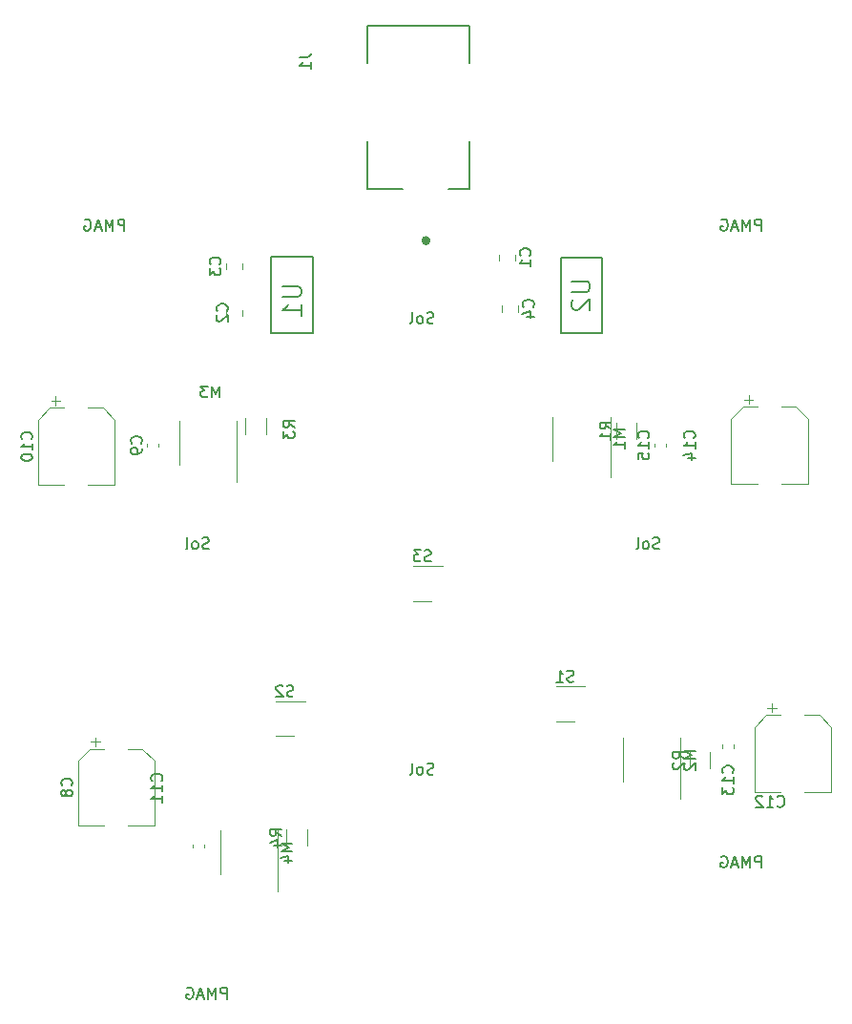
<source format=gbr>
%TF.GenerationSoftware,KiCad,Pcbnew,7.0.5*%
%TF.CreationDate,2023-06-16T10:57:35+02:00*%
%TF.ProjectId,maglev cv2,6d61676c-6576-4206-9376-322e6b696361,rev?*%
%TF.SameCoordinates,Original*%
%TF.FileFunction,Legend,Bot*%
%TF.FilePolarity,Positive*%
%FSLAX46Y46*%
G04 Gerber Fmt 4.6, Leading zero omitted, Abs format (unit mm)*
G04 Created by KiCad (PCBNEW 7.0.5) date 2023-06-16 10:57:35*
%MOMM*%
%LPD*%
G01*
G04 APERTURE LIST*
%ADD10C,0.150000*%
%ADD11C,0.120000*%
%ADD12C,0.127000*%
%ADD13C,0.400000*%
%ADD14C,0.152400*%
G04 APERTURE END LIST*
D10*
%TO.C,C8*%
X115049580Y-117182459D02*
X115097200Y-117134840D01*
X115097200Y-117134840D02*
X115144819Y-116991983D01*
X115144819Y-116991983D02*
X115144819Y-116896745D01*
X115144819Y-116896745D02*
X115097200Y-116753888D01*
X115097200Y-116753888D02*
X115001961Y-116658650D01*
X115001961Y-116658650D02*
X114906723Y-116611031D01*
X114906723Y-116611031D02*
X114716247Y-116563412D01*
X114716247Y-116563412D02*
X114573390Y-116563412D01*
X114573390Y-116563412D02*
X114382914Y-116611031D01*
X114382914Y-116611031D02*
X114287676Y-116658650D01*
X114287676Y-116658650D02*
X114192438Y-116753888D01*
X114192438Y-116753888D02*
X114144819Y-116896745D01*
X114144819Y-116896745D02*
X114144819Y-116991983D01*
X114144819Y-116991983D02*
X114192438Y-117134840D01*
X114192438Y-117134840D02*
X114240057Y-117182459D01*
X114573390Y-117753888D02*
X114525771Y-117658650D01*
X114525771Y-117658650D02*
X114478152Y-117611031D01*
X114478152Y-117611031D02*
X114382914Y-117563412D01*
X114382914Y-117563412D02*
X114335295Y-117563412D01*
X114335295Y-117563412D02*
X114240057Y-117611031D01*
X114240057Y-117611031D02*
X114192438Y-117658650D01*
X114192438Y-117658650D02*
X114144819Y-117753888D01*
X114144819Y-117753888D02*
X114144819Y-117944364D01*
X114144819Y-117944364D02*
X114192438Y-118039602D01*
X114192438Y-118039602D02*
X114240057Y-118087221D01*
X114240057Y-118087221D02*
X114335295Y-118134840D01*
X114335295Y-118134840D02*
X114382914Y-118134840D01*
X114382914Y-118134840D02*
X114478152Y-118087221D01*
X114478152Y-118087221D02*
X114525771Y-118039602D01*
X114525771Y-118039602D02*
X114573390Y-117944364D01*
X114573390Y-117944364D02*
X114573390Y-117753888D01*
X114573390Y-117753888D02*
X114621009Y-117658650D01*
X114621009Y-117658650D02*
X114668628Y-117611031D01*
X114668628Y-117611031D02*
X114763866Y-117563412D01*
X114763866Y-117563412D02*
X114954342Y-117563412D01*
X114954342Y-117563412D02*
X115049580Y-117611031D01*
X115049580Y-117611031D02*
X115097200Y-117658650D01*
X115097200Y-117658650D02*
X115144819Y-117753888D01*
X115144819Y-117753888D02*
X115144819Y-117944364D01*
X115144819Y-117944364D02*
X115097200Y-118039602D01*
X115097200Y-118039602D02*
X115049580Y-118087221D01*
X115049580Y-118087221D02*
X114954342Y-118134840D01*
X114954342Y-118134840D02*
X114763866Y-118134840D01*
X114763866Y-118134840D02*
X114668628Y-118087221D01*
X114668628Y-118087221D02*
X114621009Y-118039602D01*
X114621009Y-118039602D02*
X114573390Y-117944364D01*
%TO.C,S2*%
X134761904Y-109257200D02*
X134619047Y-109304819D01*
X134619047Y-109304819D02*
X134380952Y-109304819D01*
X134380952Y-109304819D02*
X134285714Y-109257200D01*
X134285714Y-109257200D02*
X134238095Y-109209580D01*
X134238095Y-109209580D02*
X134190476Y-109114342D01*
X134190476Y-109114342D02*
X134190476Y-109019104D01*
X134190476Y-109019104D02*
X134238095Y-108923866D01*
X134238095Y-108923866D02*
X134285714Y-108876247D01*
X134285714Y-108876247D02*
X134380952Y-108828628D01*
X134380952Y-108828628D02*
X134571428Y-108781009D01*
X134571428Y-108781009D02*
X134666666Y-108733390D01*
X134666666Y-108733390D02*
X134714285Y-108685771D01*
X134714285Y-108685771D02*
X134761904Y-108590533D01*
X134761904Y-108590533D02*
X134761904Y-108495295D01*
X134761904Y-108495295D02*
X134714285Y-108400057D01*
X134714285Y-108400057D02*
X134666666Y-108352438D01*
X134666666Y-108352438D02*
X134571428Y-108304819D01*
X134571428Y-108304819D02*
X134333333Y-108304819D01*
X134333333Y-108304819D02*
X134190476Y-108352438D01*
X133809523Y-108400057D02*
X133761904Y-108352438D01*
X133761904Y-108352438D02*
X133666666Y-108304819D01*
X133666666Y-108304819D02*
X133428571Y-108304819D01*
X133428571Y-108304819D02*
X133333333Y-108352438D01*
X133333333Y-108352438D02*
X133285714Y-108400057D01*
X133285714Y-108400057D02*
X133238095Y-108495295D01*
X133238095Y-108495295D02*
X133238095Y-108590533D01*
X133238095Y-108590533D02*
X133285714Y-108733390D01*
X133285714Y-108733390D02*
X133857142Y-109304819D01*
X133857142Y-109304819D02*
X133238095Y-109304819D01*
%TO.C,S1*%
X159624404Y-107957200D02*
X159481547Y-108004819D01*
X159481547Y-108004819D02*
X159243452Y-108004819D01*
X159243452Y-108004819D02*
X159148214Y-107957200D01*
X159148214Y-107957200D02*
X159100595Y-107909580D01*
X159100595Y-107909580D02*
X159052976Y-107814342D01*
X159052976Y-107814342D02*
X159052976Y-107719104D01*
X159052976Y-107719104D02*
X159100595Y-107623866D01*
X159100595Y-107623866D02*
X159148214Y-107576247D01*
X159148214Y-107576247D02*
X159243452Y-107528628D01*
X159243452Y-107528628D02*
X159433928Y-107481009D01*
X159433928Y-107481009D02*
X159529166Y-107433390D01*
X159529166Y-107433390D02*
X159576785Y-107385771D01*
X159576785Y-107385771D02*
X159624404Y-107290533D01*
X159624404Y-107290533D02*
X159624404Y-107195295D01*
X159624404Y-107195295D02*
X159576785Y-107100057D01*
X159576785Y-107100057D02*
X159529166Y-107052438D01*
X159529166Y-107052438D02*
X159433928Y-107004819D01*
X159433928Y-107004819D02*
X159195833Y-107004819D01*
X159195833Y-107004819D02*
X159052976Y-107052438D01*
X158100595Y-108004819D02*
X158672023Y-108004819D01*
X158386309Y-108004819D02*
X158386309Y-107004819D01*
X158386309Y-107004819D02*
X158481547Y-107147676D01*
X158481547Y-107147676D02*
X158576785Y-107242914D01*
X158576785Y-107242914D02*
X158672023Y-107290533D01*
%TO.C,S3*%
X146963044Y-97257200D02*
X146820187Y-97304819D01*
X146820187Y-97304819D02*
X146582092Y-97304819D01*
X146582092Y-97304819D02*
X146486854Y-97257200D01*
X146486854Y-97257200D02*
X146439235Y-97209580D01*
X146439235Y-97209580D02*
X146391616Y-97114342D01*
X146391616Y-97114342D02*
X146391616Y-97019104D01*
X146391616Y-97019104D02*
X146439235Y-96923866D01*
X146439235Y-96923866D02*
X146486854Y-96876247D01*
X146486854Y-96876247D02*
X146582092Y-96828628D01*
X146582092Y-96828628D02*
X146772568Y-96781009D01*
X146772568Y-96781009D02*
X146867806Y-96733390D01*
X146867806Y-96733390D02*
X146915425Y-96685771D01*
X146915425Y-96685771D02*
X146963044Y-96590533D01*
X146963044Y-96590533D02*
X146963044Y-96495295D01*
X146963044Y-96495295D02*
X146915425Y-96400057D01*
X146915425Y-96400057D02*
X146867806Y-96352438D01*
X146867806Y-96352438D02*
X146772568Y-96304819D01*
X146772568Y-96304819D02*
X146534473Y-96304819D01*
X146534473Y-96304819D02*
X146391616Y-96352438D01*
X146058282Y-96304819D02*
X145439235Y-96304819D01*
X145439235Y-96304819D02*
X145772568Y-96685771D01*
X145772568Y-96685771D02*
X145629711Y-96685771D01*
X145629711Y-96685771D02*
X145534473Y-96733390D01*
X145534473Y-96733390D02*
X145486854Y-96781009D01*
X145486854Y-96781009D02*
X145439235Y-96876247D01*
X145439235Y-96876247D02*
X145439235Y-97114342D01*
X145439235Y-97114342D02*
X145486854Y-97209580D01*
X145486854Y-97209580D02*
X145534473Y-97257200D01*
X145534473Y-97257200D02*
X145629711Y-97304819D01*
X145629711Y-97304819D02*
X145915425Y-97304819D01*
X145915425Y-97304819D02*
X146010663Y-97257200D01*
X146010663Y-97257200D02*
X146058282Y-97209580D01*
%TO.C,C11*%
X123049580Y-116769205D02*
X123097200Y-116721586D01*
X123097200Y-116721586D02*
X123144819Y-116578729D01*
X123144819Y-116578729D02*
X123144819Y-116483491D01*
X123144819Y-116483491D02*
X123097200Y-116340634D01*
X123097200Y-116340634D02*
X123001961Y-116245396D01*
X123001961Y-116245396D02*
X122906723Y-116197777D01*
X122906723Y-116197777D02*
X122716247Y-116150158D01*
X122716247Y-116150158D02*
X122573390Y-116150158D01*
X122573390Y-116150158D02*
X122382914Y-116197777D01*
X122382914Y-116197777D02*
X122287676Y-116245396D01*
X122287676Y-116245396D02*
X122192438Y-116340634D01*
X122192438Y-116340634D02*
X122144819Y-116483491D01*
X122144819Y-116483491D02*
X122144819Y-116578729D01*
X122144819Y-116578729D02*
X122192438Y-116721586D01*
X122192438Y-116721586D02*
X122240057Y-116769205D01*
X123144819Y-117721586D02*
X123144819Y-117150158D01*
X123144819Y-117435872D02*
X122144819Y-117435872D01*
X122144819Y-117435872D02*
X122287676Y-117340634D01*
X122287676Y-117340634D02*
X122382914Y-117245396D01*
X122382914Y-117245396D02*
X122430533Y-117150158D01*
X123144819Y-118673967D02*
X123144819Y-118102539D01*
X123144819Y-118388253D02*
X122144819Y-118388253D01*
X122144819Y-118388253D02*
X122287676Y-118293015D01*
X122287676Y-118293015D02*
X122382914Y-118197777D01*
X122382914Y-118197777D02*
X122430533Y-118102539D01*
%TO.C,C1*%
X155748142Y-70174596D02*
X155795762Y-70126977D01*
X155795762Y-70126977D02*
X155843381Y-69984120D01*
X155843381Y-69984120D02*
X155843381Y-69888882D01*
X155843381Y-69888882D02*
X155795762Y-69746025D01*
X155795762Y-69746025D02*
X155700523Y-69650787D01*
X155700523Y-69650787D02*
X155605285Y-69603168D01*
X155605285Y-69603168D02*
X155414809Y-69555549D01*
X155414809Y-69555549D02*
X155271952Y-69555549D01*
X155271952Y-69555549D02*
X155081476Y-69603168D01*
X155081476Y-69603168D02*
X154986238Y-69650787D01*
X154986238Y-69650787D02*
X154891000Y-69746025D01*
X154891000Y-69746025D02*
X154843381Y-69888882D01*
X154843381Y-69888882D02*
X154843381Y-69984120D01*
X154843381Y-69984120D02*
X154891000Y-70126977D01*
X154891000Y-70126977D02*
X154938619Y-70174596D01*
X155843381Y-71126977D02*
X155843381Y-70555549D01*
X155843381Y-70841263D02*
X154843381Y-70841263D01*
X154843381Y-70841263D02*
X154986238Y-70746025D01*
X154986238Y-70746025D02*
X155081476Y-70650787D01*
X155081476Y-70650787D02*
X155129095Y-70555549D01*
%TO.C,C12*%
X177712857Y-118994580D02*
X177760476Y-119042200D01*
X177760476Y-119042200D02*
X177903333Y-119089819D01*
X177903333Y-119089819D02*
X177998571Y-119089819D01*
X177998571Y-119089819D02*
X178141428Y-119042200D01*
X178141428Y-119042200D02*
X178236666Y-118946961D01*
X178236666Y-118946961D02*
X178284285Y-118851723D01*
X178284285Y-118851723D02*
X178331904Y-118661247D01*
X178331904Y-118661247D02*
X178331904Y-118518390D01*
X178331904Y-118518390D02*
X178284285Y-118327914D01*
X178284285Y-118327914D02*
X178236666Y-118232676D01*
X178236666Y-118232676D02*
X178141428Y-118137438D01*
X178141428Y-118137438D02*
X177998571Y-118089819D01*
X177998571Y-118089819D02*
X177903333Y-118089819D01*
X177903333Y-118089819D02*
X177760476Y-118137438D01*
X177760476Y-118137438D02*
X177712857Y-118185057D01*
X176760476Y-119089819D02*
X177331904Y-119089819D01*
X177046190Y-119089819D02*
X177046190Y-118089819D01*
X177046190Y-118089819D02*
X177141428Y-118232676D01*
X177141428Y-118232676D02*
X177236666Y-118327914D01*
X177236666Y-118327914D02*
X177331904Y-118375533D01*
X176379523Y-118185057D02*
X176331904Y-118137438D01*
X176331904Y-118137438D02*
X176236666Y-118089819D01*
X176236666Y-118089819D02*
X175998571Y-118089819D01*
X175998571Y-118089819D02*
X175903333Y-118137438D01*
X175903333Y-118137438D02*
X175855714Y-118185057D01*
X175855714Y-118185057D02*
X175808095Y-118280295D01*
X175808095Y-118280295D02*
X175808095Y-118375533D01*
X175808095Y-118375533D02*
X175855714Y-118518390D01*
X175855714Y-118518390D02*
X176427142Y-119089819D01*
X176427142Y-119089819D02*
X175808095Y-119089819D01*
%TO.C,R1*%
X162952737Y-85558333D02*
X162476546Y-85225000D01*
X162952737Y-84986905D02*
X161952737Y-84986905D01*
X161952737Y-84986905D02*
X161952737Y-85367857D01*
X161952737Y-85367857D02*
X162000356Y-85463095D01*
X162000356Y-85463095D02*
X162047975Y-85510714D01*
X162047975Y-85510714D02*
X162143213Y-85558333D01*
X162143213Y-85558333D02*
X162286070Y-85558333D01*
X162286070Y-85558333D02*
X162381308Y-85510714D01*
X162381308Y-85510714D02*
X162428927Y-85463095D01*
X162428927Y-85463095D02*
X162476546Y-85367857D01*
X162476546Y-85367857D02*
X162476546Y-84986905D01*
X162952737Y-86510714D02*
X162952737Y-85939286D01*
X162952737Y-86225000D02*
X161952737Y-86225000D01*
X161952737Y-86225000D02*
X162095594Y-86129762D01*
X162095594Y-86129762D02*
X162190832Y-86034524D01*
X162190832Y-86034524D02*
X162238451Y-85939286D01*
%TO.C,PMAG*%
X176261904Y-67954819D02*
X176261904Y-66954819D01*
X176261904Y-66954819D02*
X175880952Y-66954819D01*
X175880952Y-66954819D02*
X175785714Y-67002438D01*
X175785714Y-67002438D02*
X175738095Y-67050057D01*
X175738095Y-67050057D02*
X175690476Y-67145295D01*
X175690476Y-67145295D02*
X175690476Y-67288152D01*
X175690476Y-67288152D02*
X175738095Y-67383390D01*
X175738095Y-67383390D02*
X175785714Y-67431009D01*
X175785714Y-67431009D02*
X175880952Y-67478628D01*
X175880952Y-67478628D02*
X176261904Y-67478628D01*
X175261904Y-67954819D02*
X175261904Y-66954819D01*
X175261904Y-66954819D02*
X174928571Y-67669104D01*
X174928571Y-67669104D02*
X174595238Y-66954819D01*
X174595238Y-66954819D02*
X174595238Y-67954819D01*
X174166666Y-67669104D02*
X173690476Y-67669104D01*
X174261904Y-67954819D02*
X173928571Y-66954819D01*
X173928571Y-66954819D02*
X173595238Y-67954819D01*
X172738095Y-67002438D02*
X172833333Y-66954819D01*
X172833333Y-66954819D02*
X172976190Y-66954819D01*
X172976190Y-66954819D02*
X173119047Y-67002438D01*
X173119047Y-67002438D02*
X173214285Y-67097676D01*
X173214285Y-67097676D02*
X173261904Y-67192914D01*
X173261904Y-67192914D02*
X173309523Y-67383390D01*
X173309523Y-67383390D02*
X173309523Y-67526247D01*
X173309523Y-67526247D02*
X173261904Y-67716723D01*
X173261904Y-67716723D02*
X173214285Y-67811961D01*
X173214285Y-67811961D02*
X173119047Y-67907200D01*
X173119047Y-67907200D02*
X172976190Y-67954819D01*
X172976190Y-67954819D02*
X172880952Y-67954819D01*
X172880952Y-67954819D02*
X172738095Y-67907200D01*
X172738095Y-67907200D02*
X172690476Y-67859580D01*
X172690476Y-67859580D02*
X172690476Y-67526247D01*
X172690476Y-67526247D02*
X172880952Y-67526247D01*
%TO.C,C4*%
X156022465Y-74722795D02*
X156070085Y-74675176D01*
X156070085Y-74675176D02*
X156117704Y-74532319D01*
X156117704Y-74532319D02*
X156117704Y-74437081D01*
X156117704Y-74437081D02*
X156070085Y-74294224D01*
X156070085Y-74294224D02*
X155974846Y-74198986D01*
X155974846Y-74198986D02*
X155879608Y-74151367D01*
X155879608Y-74151367D02*
X155689132Y-74103748D01*
X155689132Y-74103748D02*
X155546275Y-74103748D01*
X155546275Y-74103748D02*
X155355799Y-74151367D01*
X155355799Y-74151367D02*
X155260561Y-74198986D01*
X155260561Y-74198986D02*
X155165323Y-74294224D01*
X155165323Y-74294224D02*
X155117704Y-74437081D01*
X155117704Y-74437081D02*
X155117704Y-74532319D01*
X155117704Y-74532319D02*
X155165323Y-74675176D01*
X155165323Y-74675176D02*
X155212942Y-74722795D01*
X155451037Y-75579938D02*
X156117704Y-75579938D01*
X155070085Y-75341843D02*
X155784370Y-75103748D01*
X155784370Y-75103748D02*
X155784370Y-75722795D01*
%TO.C,M3*%
X128209523Y-82754819D02*
X128209523Y-81754819D01*
X128209523Y-81754819D02*
X127876190Y-82469104D01*
X127876190Y-82469104D02*
X127542857Y-81754819D01*
X127542857Y-81754819D02*
X127542857Y-82754819D01*
X127161904Y-81754819D02*
X126542857Y-81754819D01*
X126542857Y-81754819D02*
X126876190Y-82135771D01*
X126876190Y-82135771D02*
X126733333Y-82135771D01*
X126733333Y-82135771D02*
X126638095Y-82183390D01*
X126638095Y-82183390D02*
X126590476Y-82231009D01*
X126590476Y-82231009D02*
X126542857Y-82326247D01*
X126542857Y-82326247D02*
X126542857Y-82564342D01*
X126542857Y-82564342D02*
X126590476Y-82659580D01*
X126590476Y-82659580D02*
X126638095Y-82707200D01*
X126638095Y-82707200D02*
X126733333Y-82754819D01*
X126733333Y-82754819D02*
X127019047Y-82754819D01*
X127019047Y-82754819D02*
X127114285Y-82707200D01*
X127114285Y-82707200D02*
X127161904Y-82659580D01*
%TO.C,M4*%
X134664819Y-122315476D02*
X133664819Y-122315476D01*
X133664819Y-122315476D02*
X134379104Y-122648809D01*
X134379104Y-122648809D02*
X133664819Y-122982142D01*
X133664819Y-122982142D02*
X134664819Y-122982142D01*
X133998152Y-123886904D02*
X134664819Y-123886904D01*
X133617200Y-123648809D02*
X134331485Y-123410714D01*
X134331485Y-123410714D02*
X134331485Y-124029761D01*
%TO.C,J1*%
X135317663Y-52586105D02*
X136033366Y-52586105D01*
X136033366Y-52586105D02*
X136176506Y-52538392D01*
X136176506Y-52538392D02*
X136271934Y-52442965D01*
X136271934Y-52442965D02*
X136319647Y-52299824D01*
X136319647Y-52299824D02*
X136319647Y-52204397D01*
X136319647Y-53588089D02*
X136319647Y-53015527D01*
X136319647Y-53301808D02*
X135317663Y-53301808D01*
X135317663Y-53301808D02*
X135460804Y-53206381D01*
X135460804Y-53206381D02*
X135556231Y-53110954D01*
X135556231Y-53110954D02*
X135603944Y-53015527D01*
%TO.C,C14*%
X170322498Y-86357142D02*
X170370118Y-86309523D01*
X170370118Y-86309523D02*
X170417737Y-86166666D01*
X170417737Y-86166666D02*
X170417737Y-86071428D01*
X170417737Y-86071428D02*
X170370118Y-85928571D01*
X170370118Y-85928571D02*
X170274879Y-85833333D01*
X170274879Y-85833333D02*
X170179641Y-85785714D01*
X170179641Y-85785714D02*
X169989165Y-85738095D01*
X169989165Y-85738095D02*
X169846308Y-85738095D01*
X169846308Y-85738095D02*
X169655832Y-85785714D01*
X169655832Y-85785714D02*
X169560594Y-85833333D01*
X169560594Y-85833333D02*
X169465356Y-85928571D01*
X169465356Y-85928571D02*
X169417737Y-86071428D01*
X169417737Y-86071428D02*
X169417737Y-86166666D01*
X169417737Y-86166666D02*
X169465356Y-86309523D01*
X169465356Y-86309523D02*
X169512975Y-86357142D01*
X170417737Y-87309523D02*
X170417737Y-86738095D01*
X170417737Y-87023809D02*
X169417737Y-87023809D01*
X169417737Y-87023809D02*
X169560594Y-86928571D01*
X169560594Y-86928571D02*
X169655832Y-86833333D01*
X169655832Y-86833333D02*
X169703451Y-86738095D01*
X169751070Y-88166666D02*
X170417737Y-88166666D01*
X169370118Y-87928571D02*
X170084403Y-87690476D01*
X170084403Y-87690476D02*
X170084403Y-88309523D01*
%TO.C,PMAG*%
X128841904Y-136110795D02*
X128841904Y-135110795D01*
X128841904Y-135110795D02*
X128460952Y-135110795D01*
X128460952Y-135110795D02*
X128365714Y-135158414D01*
X128365714Y-135158414D02*
X128318095Y-135206033D01*
X128318095Y-135206033D02*
X128270476Y-135301271D01*
X128270476Y-135301271D02*
X128270476Y-135444128D01*
X128270476Y-135444128D02*
X128318095Y-135539366D01*
X128318095Y-135539366D02*
X128365714Y-135586985D01*
X128365714Y-135586985D02*
X128460952Y-135634604D01*
X128460952Y-135634604D02*
X128841904Y-135634604D01*
X127841904Y-136110795D02*
X127841904Y-135110795D01*
X127841904Y-135110795D02*
X127508571Y-135825080D01*
X127508571Y-135825080D02*
X127175238Y-135110795D01*
X127175238Y-135110795D02*
X127175238Y-136110795D01*
X126746666Y-135825080D02*
X126270476Y-135825080D01*
X126841904Y-136110795D02*
X126508571Y-135110795D01*
X126508571Y-135110795D02*
X126175238Y-136110795D01*
X125318095Y-135158414D02*
X125413333Y-135110795D01*
X125413333Y-135110795D02*
X125556190Y-135110795D01*
X125556190Y-135110795D02*
X125699047Y-135158414D01*
X125699047Y-135158414D02*
X125794285Y-135253652D01*
X125794285Y-135253652D02*
X125841904Y-135348890D01*
X125841904Y-135348890D02*
X125889523Y-135539366D01*
X125889523Y-135539366D02*
X125889523Y-135682223D01*
X125889523Y-135682223D02*
X125841904Y-135872699D01*
X125841904Y-135872699D02*
X125794285Y-135967937D01*
X125794285Y-135967937D02*
X125699047Y-136063176D01*
X125699047Y-136063176D02*
X125556190Y-136110795D01*
X125556190Y-136110795D02*
X125460952Y-136110795D01*
X125460952Y-136110795D02*
X125318095Y-136063176D01*
X125318095Y-136063176D02*
X125270476Y-136015556D01*
X125270476Y-136015556D02*
X125270476Y-135682223D01*
X125270476Y-135682223D02*
X125460952Y-135682223D01*
%TO.C,U2*%
X159445533Y-72436592D02*
X160775791Y-72436592D01*
X160775791Y-72436592D02*
X160932292Y-72514842D01*
X160932292Y-72514842D02*
X161010543Y-72593093D01*
X161010543Y-72593093D02*
X161088793Y-72749594D01*
X161088793Y-72749594D02*
X161088793Y-73062596D01*
X161088793Y-73062596D02*
X161010543Y-73219097D01*
X161010543Y-73219097D02*
X160932292Y-73297347D01*
X160932292Y-73297347D02*
X160775791Y-73375598D01*
X160775791Y-73375598D02*
X159445533Y-73375598D01*
X159602034Y-74079851D02*
X159523783Y-74158102D01*
X159523783Y-74158102D02*
X159445533Y-74314603D01*
X159445533Y-74314603D02*
X159445533Y-74705855D01*
X159445533Y-74705855D02*
X159523783Y-74862356D01*
X159523783Y-74862356D02*
X159602034Y-74940607D01*
X159602034Y-74940607D02*
X159758535Y-75018857D01*
X159758535Y-75018857D02*
X159915036Y-75018857D01*
X159915036Y-75018857D02*
X160149787Y-74940607D01*
X160149787Y-74940607D02*
X161088793Y-74001601D01*
X161088793Y-74001601D02*
X161088793Y-75018857D01*
%TO.C,C10*%
X111509580Y-86457142D02*
X111557200Y-86409523D01*
X111557200Y-86409523D02*
X111604819Y-86266666D01*
X111604819Y-86266666D02*
X111604819Y-86171428D01*
X111604819Y-86171428D02*
X111557200Y-86028571D01*
X111557200Y-86028571D02*
X111461961Y-85933333D01*
X111461961Y-85933333D02*
X111366723Y-85885714D01*
X111366723Y-85885714D02*
X111176247Y-85838095D01*
X111176247Y-85838095D02*
X111033390Y-85838095D01*
X111033390Y-85838095D02*
X110842914Y-85885714D01*
X110842914Y-85885714D02*
X110747676Y-85933333D01*
X110747676Y-85933333D02*
X110652438Y-86028571D01*
X110652438Y-86028571D02*
X110604819Y-86171428D01*
X110604819Y-86171428D02*
X110604819Y-86266666D01*
X110604819Y-86266666D02*
X110652438Y-86409523D01*
X110652438Y-86409523D02*
X110700057Y-86457142D01*
X111604819Y-87409523D02*
X111604819Y-86838095D01*
X111604819Y-87123809D02*
X110604819Y-87123809D01*
X110604819Y-87123809D02*
X110747676Y-87028571D01*
X110747676Y-87028571D02*
X110842914Y-86933333D01*
X110842914Y-86933333D02*
X110890533Y-86838095D01*
X110604819Y-88028571D02*
X110604819Y-88123809D01*
X110604819Y-88123809D02*
X110652438Y-88219047D01*
X110652438Y-88219047D02*
X110700057Y-88266666D01*
X110700057Y-88266666D02*
X110795295Y-88314285D01*
X110795295Y-88314285D02*
X110985771Y-88361904D01*
X110985771Y-88361904D02*
X111223866Y-88361904D01*
X111223866Y-88361904D02*
X111414342Y-88314285D01*
X111414342Y-88314285D02*
X111509580Y-88266666D01*
X111509580Y-88266666D02*
X111557200Y-88219047D01*
X111557200Y-88219047D02*
X111604819Y-88123809D01*
X111604819Y-88123809D02*
X111604819Y-88028571D01*
X111604819Y-88028571D02*
X111557200Y-87933333D01*
X111557200Y-87933333D02*
X111509580Y-87885714D01*
X111509580Y-87885714D02*
X111414342Y-87838095D01*
X111414342Y-87838095D02*
X111223866Y-87790476D01*
X111223866Y-87790476D02*
X110985771Y-87790476D01*
X110985771Y-87790476D02*
X110795295Y-87838095D01*
X110795295Y-87838095D02*
X110700057Y-87885714D01*
X110700057Y-87885714D02*
X110652438Y-87933333D01*
X110652438Y-87933333D02*
X110604819Y-88028571D01*
%TO.C,PMAG*%
X176261904Y-124454819D02*
X176261904Y-123454819D01*
X176261904Y-123454819D02*
X175880952Y-123454819D01*
X175880952Y-123454819D02*
X175785714Y-123502438D01*
X175785714Y-123502438D02*
X175738095Y-123550057D01*
X175738095Y-123550057D02*
X175690476Y-123645295D01*
X175690476Y-123645295D02*
X175690476Y-123788152D01*
X175690476Y-123788152D02*
X175738095Y-123883390D01*
X175738095Y-123883390D02*
X175785714Y-123931009D01*
X175785714Y-123931009D02*
X175880952Y-123978628D01*
X175880952Y-123978628D02*
X176261904Y-123978628D01*
X175261904Y-124454819D02*
X175261904Y-123454819D01*
X175261904Y-123454819D02*
X174928571Y-124169104D01*
X174928571Y-124169104D02*
X174595238Y-123454819D01*
X174595238Y-123454819D02*
X174595238Y-124454819D01*
X174166666Y-124169104D02*
X173690476Y-124169104D01*
X174261904Y-124454819D02*
X173928571Y-123454819D01*
X173928571Y-123454819D02*
X173595238Y-124454819D01*
X172738095Y-123502438D02*
X172833333Y-123454819D01*
X172833333Y-123454819D02*
X172976190Y-123454819D01*
X172976190Y-123454819D02*
X173119047Y-123502438D01*
X173119047Y-123502438D02*
X173214285Y-123597676D01*
X173214285Y-123597676D02*
X173261904Y-123692914D01*
X173261904Y-123692914D02*
X173309523Y-123883390D01*
X173309523Y-123883390D02*
X173309523Y-124026247D01*
X173309523Y-124026247D02*
X173261904Y-124216723D01*
X173261904Y-124216723D02*
X173214285Y-124311961D01*
X173214285Y-124311961D02*
X173119047Y-124407200D01*
X173119047Y-124407200D02*
X172976190Y-124454819D01*
X172976190Y-124454819D02*
X172880952Y-124454819D01*
X172880952Y-124454819D02*
X172738095Y-124407200D01*
X172738095Y-124407200D02*
X172690476Y-124359580D01*
X172690476Y-124359580D02*
X172690476Y-124026247D01*
X172690476Y-124026247D02*
X172880952Y-124026247D01*
%TO.C,R4*%
X133699819Y-121653333D02*
X133223628Y-121320000D01*
X133699819Y-121081905D02*
X132699819Y-121081905D01*
X132699819Y-121081905D02*
X132699819Y-121462857D01*
X132699819Y-121462857D02*
X132747438Y-121558095D01*
X132747438Y-121558095D02*
X132795057Y-121605714D01*
X132795057Y-121605714D02*
X132890295Y-121653333D01*
X132890295Y-121653333D02*
X133033152Y-121653333D01*
X133033152Y-121653333D02*
X133128390Y-121605714D01*
X133128390Y-121605714D02*
X133176009Y-121558095D01*
X133176009Y-121558095D02*
X133223628Y-121462857D01*
X133223628Y-121462857D02*
X133223628Y-121081905D01*
X133033152Y-122510476D02*
X133699819Y-122510476D01*
X132652200Y-122272381D02*
X133366485Y-122034286D01*
X133366485Y-122034286D02*
X133366485Y-122653333D01*
%TO.C,PMAG*%
X119761904Y-67954819D02*
X119761904Y-66954819D01*
X119761904Y-66954819D02*
X119380952Y-66954819D01*
X119380952Y-66954819D02*
X119285714Y-67002438D01*
X119285714Y-67002438D02*
X119238095Y-67050057D01*
X119238095Y-67050057D02*
X119190476Y-67145295D01*
X119190476Y-67145295D02*
X119190476Y-67288152D01*
X119190476Y-67288152D02*
X119238095Y-67383390D01*
X119238095Y-67383390D02*
X119285714Y-67431009D01*
X119285714Y-67431009D02*
X119380952Y-67478628D01*
X119380952Y-67478628D02*
X119761904Y-67478628D01*
X118761904Y-67954819D02*
X118761904Y-66954819D01*
X118761904Y-66954819D02*
X118428571Y-67669104D01*
X118428571Y-67669104D02*
X118095238Y-66954819D01*
X118095238Y-66954819D02*
X118095238Y-67954819D01*
X117666666Y-67669104D02*
X117190476Y-67669104D01*
X117761904Y-67954819D02*
X117428571Y-66954819D01*
X117428571Y-66954819D02*
X117095238Y-67954819D01*
X116238095Y-67002438D02*
X116333333Y-66954819D01*
X116333333Y-66954819D02*
X116476190Y-66954819D01*
X116476190Y-66954819D02*
X116619047Y-67002438D01*
X116619047Y-67002438D02*
X116714285Y-67097676D01*
X116714285Y-67097676D02*
X116761904Y-67192914D01*
X116761904Y-67192914D02*
X116809523Y-67383390D01*
X116809523Y-67383390D02*
X116809523Y-67526247D01*
X116809523Y-67526247D02*
X116761904Y-67716723D01*
X116761904Y-67716723D02*
X116714285Y-67811961D01*
X116714285Y-67811961D02*
X116619047Y-67907200D01*
X116619047Y-67907200D02*
X116476190Y-67954819D01*
X116476190Y-67954819D02*
X116380952Y-67954819D01*
X116380952Y-67954819D02*
X116238095Y-67907200D01*
X116238095Y-67907200D02*
X116190476Y-67859580D01*
X116190476Y-67859580D02*
X116190476Y-67526247D01*
X116190476Y-67526247D02*
X116380952Y-67526247D01*
%TO.C,C3*%
X128219580Y-70953333D02*
X128267200Y-70905714D01*
X128267200Y-70905714D02*
X128314819Y-70762857D01*
X128314819Y-70762857D02*
X128314819Y-70667619D01*
X128314819Y-70667619D02*
X128267200Y-70524762D01*
X128267200Y-70524762D02*
X128171961Y-70429524D01*
X128171961Y-70429524D02*
X128076723Y-70381905D01*
X128076723Y-70381905D02*
X127886247Y-70334286D01*
X127886247Y-70334286D02*
X127743390Y-70334286D01*
X127743390Y-70334286D02*
X127552914Y-70381905D01*
X127552914Y-70381905D02*
X127457676Y-70429524D01*
X127457676Y-70429524D02*
X127362438Y-70524762D01*
X127362438Y-70524762D02*
X127314819Y-70667619D01*
X127314819Y-70667619D02*
X127314819Y-70762857D01*
X127314819Y-70762857D02*
X127362438Y-70905714D01*
X127362438Y-70905714D02*
X127410057Y-70953333D01*
X127314819Y-71286667D02*
X127314819Y-71905714D01*
X127314819Y-71905714D02*
X127695771Y-71572381D01*
X127695771Y-71572381D02*
X127695771Y-71715238D01*
X127695771Y-71715238D02*
X127743390Y-71810476D01*
X127743390Y-71810476D02*
X127791009Y-71858095D01*
X127791009Y-71858095D02*
X127886247Y-71905714D01*
X127886247Y-71905714D02*
X128124342Y-71905714D01*
X128124342Y-71905714D02*
X128219580Y-71858095D01*
X128219580Y-71858095D02*
X128267200Y-71810476D01*
X128267200Y-71810476D02*
X128314819Y-71715238D01*
X128314819Y-71715238D02*
X128314819Y-71429524D01*
X128314819Y-71429524D02*
X128267200Y-71334286D01*
X128267200Y-71334286D02*
X128219580Y-71286667D01*
%TO.C,Sol*%
X147208950Y-76153047D02*
X147066093Y-76200666D01*
X147066093Y-76200666D02*
X146827998Y-76200666D01*
X146827998Y-76200666D02*
X146732760Y-76153047D01*
X146732760Y-76153047D02*
X146685141Y-76105427D01*
X146685141Y-76105427D02*
X146637522Y-76010189D01*
X146637522Y-76010189D02*
X146637522Y-75914951D01*
X146637522Y-75914951D02*
X146685141Y-75819713D01*
X146685141Y-75819713D02*
X146732760Y-75772094D01*
X146732760Y-75772094D02*
X146827998Y-75724475D01*
X146827998Y-75724475D02*
X147018474Y-75676856D01*
X147018474Y-75676856D02*
X147113712Y-75629237D01*
X147113712Y-75629237D02*
X147161331Y-75581618D01*
X147161331Y-75581618D02*
X147208950Y-75486380D01*
X147208950Y-75486380D02*
X147208950Y-75391142D01*
X147208950Y-75391142D02*
X147161331Y-75295904D01*
X147161331Y-75295904D02*
X147113712Y-75248285D01*
X147113712Y-75248285D02*
X147018474Y-75200666D01*
X147018474Y-75200666D02*
X146780379Y-75200666D01*
X146780379Y-75200666D02*
X146637522Y-75248285D01*
X146066093Y-76200666D02*
X146161331Y-76153047D01*
X146161331Y-76153047D02*
X146208950Y-76105427D01*
X146208950Y-76105427D02*
X146256569Y-76010189D01*
X146256569Y-76010189D02*
X146256569Y-75724475D01*
X146256569Y-75724475D02*
X146208950Y-75629237D01*
X146208950Y-75629237D02*
X146161331Y-75581618D01*
X146161331Y-75581618D02*
X146066093Y-75533999D01*
X146066093Y-75533999D02*
X145923236Y-75533999D01*
X145923236Y-75533999D02*
X145827998Y-75581618D01*
X145827998Y-75581618D02*
X145780379Y-75629237D01*
X145780379Y-75629237D02*
X145732760Y-75724475D01*
X145732760Y-75724475D02*
X145732760Y-76010189D01*
X145732760Y-76010189D02*
X145780379Y-76105427D01*
X145780379Y-76105427D02*
X145827998Y-76153047D01*
X145827998Y-76153047D02*
X145923236Y-76200666D01*
X145923236Y-76200666D02*
X146066093Y-76200666D01*
X145161331Y-76200666D02*
X145256569Y-76153047D01*
X145256569Y-76153047D02*
X145304188Y-76057808D01*
X145304188Y-76057808D02*
X145304188Y-75200666D01*
%TO.C,M2*%
X170414819Y-114125476D02*
X169414819Y-114125476D01*
X169414819Y-114125476D02*
X170129104Y-114458809D01*
X170129104Y-114458809D02*
X169414819Y-114792142D01*
X169414819Y-114792142D02*
X170414819Y-114792142D01*
X169510057Y-115220714D02*
X169462438Y-115268333D01*
X169462438Y-115268333D02*
X169414819Y-115363571D01*
X169414819Y-115363571D02*
X169414819Y-115601666D01*
X169414819Y-115601666D02*
X169462438Y-115696904D01*
X169462438Y-115696904D02*
X169510057Y-115744523D01*
X169510057Y-115744523D02*
X169605295Y-115792142D01*
X169605295Y-115792142D02*
X169700533Y-115792142D01*
X169700533Y-115792142D02*
X169843390Y-115744523D01*
X169843390Y-115744523D02*
X170414819Y-115173095D01*
X170414819Y-115173095D02*
X170414819Y-115792142D01*
%TO.C,C9*%
X121229580Y-86833333D02*
X121277200Y-86785714D01*
X121277200Y-86785714D02*
X121324819Y-86642857D01*
X121324819Y-86642857D02*
X121324819Y-86547619D01*
X121324819Y-86547619D02*
X121277200Y-86404762D01*
X121277200Y-86404762D02*
X121181961Y-86309524D01*
X121181961Y-86309524D02*
X121086723Y-86261905D01*
X121086723Y-86261905D02*
X120896247Y-86214286D01*
X120896247Y-86214286D02*
X120753390Y-86214286D01*
X120753390Y-86214286D02*
X120562914Y-86261905D01*
X120562914Y-86261905D02*
X120467676Y-86309524D01*
X120467676Y-86309524D02*
X120372438Y-86404762D01*
X120372438Y-86404762D02*
X120324819Y-86547619D01*
X120324819Y-86547619D02*
X120324819Y-86642857D01*
X120324819Y-86642857D02*
X120372438Y-86785714D01*
X120372438Y-86785714D02*
X120420057Y-86833333D01*
X121324819Y-87309524D02*
X121324819Y-87500000D01*
X121324819Y-87500000D02*
X121277200Y-87595238D01*
X121277200Y-87595238D02*
X121229580Y-87642857D01*
X121229580Y-87642857D02*
X121086723Y-87738095D01*
X121086723Y-87738095D02*
X120896247Y-87785714D01*
X120896247Y-87785714D02*
X120515295Y-87785714D01*
X120515295Y-87785714D02*
X120420057Y-87738095D01*
X120420057Y-87738095D02*
X120372438Y-87690476D01*
X120372438Y-87690476D02*
X120324819Y-87595238D01*
X120324819Y-87595238D02*
X120324819Y-87404762D01*
X120324819Y-87404762D02*
X120372438Y-87309524D01*
X120372438Y-87309524D02*
X120420057Y-87261905D01*
X120420057Y-87261905D02*
X120515295Y-87214286D01*
X120515295Y-87214286D02*
X120753390Y-87214286D01*
X120753390Y-87214286D02*
X120848628Y-87261905D01*
X120848628Y-87261905D02*
X120896247Y-87309524D01*
X120896247Y-87309524D02*
X120943866Y-87404762D01*
X120943866Y-87404762D02*
X120943866Y-87595238D01*
X120943866Y-87595238D02*
X120896247Y-87690476D01*
X120896247Y-87690476D02*
X120848628Y-87738095D01*
X120848628Y-87738095D02*
X120753390Y-87785714D01*
%TO.C,R2*%
X169449819Y-114803333D02*
X168973628Y-114470000D01*
X169449819Y-114231905D02*
X168449819Y-114231905D01*
X168449819Y-114231905D02*
X168449819Y-114612857D01*
X168449819Y-114612857D02*
X168497438Y-114708095D01*
X168497438Y-114708095D02*
X168545057Y-114755714D01*
X168545057Y-114755714D02*
X168640295Y-114803333D01*
X168640295Y-114803333D02*
X168783152Y-114803333D01*
X168783152Y-114803333D02*
X168878390Y-114755714D01*
X168878390Y-114755714D02*
X168926009Y-114708095D01*
X168926009Y-114708095D02*
X168973628Y-114612857D01*
X168973628Y-114612857D02*
X168973628Y-114231905D01*
X168545057Y-115184286D02*
X168497438Y-115231905D01*
X168497438Y-115231905D02*
X168449819Y-115327143D01*
X168449819Y-115327143D02*
X168449819Y-115565238D01*
X168449819Y-115565238D02*
X168497438Y-115660476D01*
X168497438Y-115660476D02*
X168545057Y-115708095D01*
X168545057Y-115708095D02*
X168640295Y-115755714D01*
X168640295Y-115755714D02*
X168735533Y-115755714D01*
X168735533Y-115755714D02*
X168878390Y-115708095D01*
X168878390Y-115708095D02*
X169449819Y-115136667D01*
X169449819Y-115136667D02*
X169449819Y-115755714D01*
%TO.C,U1*%
X133809143Y-72907992D02*
X135139401Y-72907992D01*
X135139401Y-72907992D02*
X135295902Y-72986242D01*
X135295902Y-72986242D02*
X135374153Y-73064493D01*
X135374153Y-73064493D02*
X135452403Y-73220994D01*
X135452403Y-73220994D02*
X135452403Y-73533996D01*
X135452403Y-73533996D02*
X135374153Y-73690497D01*
X135374153Y-73690497D02*
X135295902Y-73768747D01*
X135295902Y-73768747D02*
X135139401Y-73846998D01*
X135139401Y-73846998D02*
X133809143Y-73846998D01*
X135452403Y-75490257D02*
X135452403Y-74551251D01*
X135452403Y-75020754D02*
X133809143Y-75020754D01*
X133809143Y-75020754D02*
X134043894Y-74864253D01*
X134043894Y-74864253D02*
X134200395Y-74707752D01*
X134200395Y-74707752D02*
X134278646Y-74551251D01*
%TO.C,Sol*%
X127249999Y-96157200D02*
X127107142Y-96204819D01*
X127107142Y-96204819D02*
X126869047Y-96204819D01*
X126869047Y-96204819D02*
X126773809Y-96157200D01*
X126773809Y-96157200D02*
X126726190Y-96109580D01*
X126726190Y-96109580D02*
X126678571Y-96014342D01*
X126678571Y-96014342D02*
X126678571Y-95919104D01*
X126678571Y-95919104D02*
X126726190Y-95823866D01*
X126726190Y-95823866D02*
X126773809Y-95776247D01*
X126773809Y-95776247D02*
X126869047Y-95728628D01*
X126869047Y-95728628D02*
X127059523Y-95681009D01*
X127059523Y-95681009D02*
X127154761Y-95633390D01*
X127154761Y-95633390D02*
X127202380Y-95585771D01*
X127202380Y-95585771D02*
X127249999Y-95490533D01*
X127249999Y-95490533D02*
X127249999Y-95395295D01*
X127249999Y-95395295D02*
X127202380Y-95300057D01*
X127202380Y-95300057D02*
X127154761Y-95252438D01*
X127154761Y-95252438D02*
X127059523Y-95204819D01*
X127059523Y-95204819D02*
X126821428Y-95204819D01*
X126821428Y-95204819D02*
X126678571Y-95252438D01*
X126107142Y-96204819D02*
X126202380Y-96157200D01*
X126202380Y-96157200D02*
X126249999Y-96109580D01*
X126249999Y-96109580D02*
X126297618Y-96014342D01*
X126297618Y-96014342D02*
X126297618Y-95728628D01*
X126297618Y-95728628D02*
X126249999Y-95633390D01*
X126249999Y-95633390D02*
X126202380Y-95585771D01*
X126202380Y-95585771D02*
X126107142Y-95538152D01*
X126107142Y-95538152D02*
X125964285Y-95538152D01*
X125964285Y-95538152D02*
X125869047Y-95585771D01*
X125869047Y-95585771D02*
X125821428Y-95633390D01*
X125821428Y-95633390D02*
X125773809Y-95728628D01*
X125773809Y-95728628D02*
X125773809Y-96014342D01*
X125773809Y-96014342D02*
X125821428Y-96109580D01*
X125821428Y-96109580D02*
X125869047Y-96157200D01*
X125869047Y-96157200D02*
X125964285Y-96204819D01*
X125964285Y-96204819D02*
X126107142Y-96204819D01*
X125202380Y-96204819D02*
X125297618Y-96157200D01*
X125297618Y-96157200D02*
X125345237Y-96061961D01*
X125345237Y-96061961D02*
X125345237Y-95204819D01*
X147198474Y-116169090D02*
X147055617Y-116216709D01*
X147055617Y-116216709D02*
X146817522Y-116216709D01*
X146817522Y-116216709D02*
X146722284Y-116169090D01*
X146722284Y-116169090D02*
X146674665Y-116121470D01*
X146674665Y-116121470D02*
X146627046Y-116026232D01*
X146627046Y-116026232D02*
X146627046Y-115930994D01*
X146627046Y-115930994D02*
X146674665Y-115835756D01*
X146674665Y-115835756D02*
X146722284Y-115788137D01*
X146722284Y-115788137D02*
X146817522Y-115740518D01*
X146817522Y-115740518D02*
X147007998Y-115692899D01*
X147007998Y-115692899D02*
X147103236Y-115645280D01*
X147103236Y-115645280D02*
X147150855Y-115597661D01*
X147150855Y-115597661D02*
X147198474Y-115502423D01*
X147198474Y-115502423D02*
X147198474Y-115407185D01*
X147198474Y-115407185D02*
X147150855Y-115311947D01*
X147150855Y-115311947D02*
X147103236Y-115264328D01*
X147103236Y-115264328D02*
X147007998Y-115216709D01*
X147007998Y-115216709D02*
X146769903Y-115216709D01*
X146769903Y-115216709D02*
X146627046Y-115264328D01*
X146055617Y-116216709D02*
X146150855Y-116169090D01*
X146150855Y-116169090D02*
X146198474Y-116121470D01*
X146198474Y-116121470D02*
X146246093Y-116026232D01*
X146246093Y-116026232D02*
X146246093Y-115740518D01*
X146246093Y-115740518D02*
X146198474Y-115645280D01*
X146198474Y-115645280D02*
X146150855Y-115597661D01*
X146150855Y-115597661D02*
X146055617Y-115550042D01*
X146055617Y-115550042D02*
X145912760Y-115550042D01*
X145912760Y-115550042D02*
X145817522Y-115597661D01*
X145817522Y-115597661D02*
X145769903Y-115645280D01*
X145769903Y-115645280D02*
X145722284Y-115740518D01*
X145722284Y-115740518D02*
X145722284Y-116026232D01*
X145722284Y-116026232D02*
X145769903Y-116121470D01*
X145769903Y-116121470D02*
X145817522Y-116169090D01*
X145817522Y-116169090D02*
X145912760Y-116216709D01*
X145912760Y-116216709D02*
X146055617Y-116216709D01*
X145150855Y-116216709D02*
X145246093Y-116169090D01*
X145246093Y-116169090D02*
X145293712Y-116073851D01*
X145293712Y-116073851D02*
X145293712Y-115216709D01*
%TO.C,M1*%
X164172737Y-85615476D02*
X163172737Y-85615476D01*
X163172737Y-85615476D02*
X163887022Y-85948809D01*
X163887022Y-85948809D02*
X163172737Y-86282142D01*
X163172737Y-86282142D02*
X164172737Y-86282142D01*
X164172737Y-87282142D02*
X164172737Y-86710714D01*
X164172737Y-86996428D02*
X163172737Y-86996428D01*
X163172737Y-86996428D02*
X163315594Y-86901190D01*
X163315594Y-86901190D02*
X163410832Y-86805952D01*
X163410832Y-86805952D02*
X163458451Y-86710714D01*
%TO.C,C2*%
X128844580Y-75083333D02*
X128892200Y-75035714D01*
X128892200Y-75035714D02*
X128939819Y-74892857D01*
X128939819Y-74892857D02*
X128939819Y-74797619D01*
X128939819Y-74797619D02*
X128892200Y-74654762D01*
X128892200Y-74654762D02*
X128796961Y-74559524D01*
X128796961Y-74559524D02*
X128701723Y-74511905D01*
X128701723Y-74511905D02*
X128511247Y-74464286D01*
X128511247Y-74464286D02*
X128368390Y-74464286D01*
X128368390Y-74464286D02*
X128177914Y-74511905D01*
X128177914Y-74511905D02*
X128082676Y-74559524D01*
X128082676Y-74559524D02*
X127987438Y-74654762D01*
X127987438Y-74654762D02*
X127939819Y-74797619D01*
X127939819Y-74797619D02*
X127939819Y-74892857D01*
X127939819Y-74892857D02*
X127987438Y-75035714D01*
X127987438Y-75035714D02*
X128035057Y-75083333D01*
X128035057Y-75464286D02*
X127987438Y-75511905D01*
X127987438Y-75511905D02*
X127939819Y-75607143D01*
X127939819Y-75607143D02*
X127939819Y-75845238D01*
X127939819Y-75845238D02*
X127987438Y-75940476D01*
X127987438Y-75940476D02*
X128035057Y-75988095D01*
X128035057Y-75988095D02*
X128130295Y-76035714D01*
X128130295Y-76035714D02*
X128225533Y-76035714D01*
X128225533Y-76035714D02*
X128368390Y-75988095D01*
X128368390Y-75988095D02*
X128939819Y-75416667D01*
X128939819Y-75416667D02*
X128939819Y-76035714D01*
%TO.C,Sol*%
X167249999Y-96157200D02*
X167107142Y-96204819D01*
X167107142Y-96204819D02*
X166869047Y-96204819D01*
X166869047Y-96204819D02*
X166773809Y-96157200D01*
X166773809Y-96157200D02*
X166726190Y-96109580D01*
X166726190Y-96109580D02*
X166678571Y-96014342D01*
X166678571Y-96014342D02*
X166678571Y-95919104D01*
X166678571Y-95919104D02*
X166726190Y-95823866D01*
X166726190Y-95823866D02*
X166773809Y-95776247D01*
X166773809Y-95776247D02*
X166869047Y-95728628D01*
X166869047Y-95728628D02*
X167059523Y-95681009D01*
X167059523Y-95681009D02*
X167154761Y-95633390D01*
X167154761Y-95633390D02*
X167202380Y-95585771D01*
X167202380Y-95585771D02*
X167249999Y-95490533D01*
X167249999Y-95490533D02*
X167249999Y-95395295D01*
X167249999Y-95395295D02*
X167202380Y-95300057D01*
X167202380Y-95300057D02*
X167154761Y-95252438D01*
X167154761Y-95252438D02*
X167059523Y-95204819D01*
X167059523Y-95204819D02*
X166821428Y-95204819D01*
X166821428Y-95204819D02*
X166678571Y-95252438D01*
X166107142Y-96204819D02*
X166202380Y-96157200D01*
X166202380Y-96157200D02*
X166249999Y-96109580D01*
X166249999Y-96109580D02*
X166297618Y-96014342D01*
X166297618Y-96014342D02*
X166297618Y-95728628D01*
X166297618Y-95728628D02*
X166249999Y-95633390D01*
X166249999Y-95633390D02*
X166202380Y-95585771D01*
X166202380Y-95585771D02*
X166107142Y-95538152D01*
X166107142Y-95538152D02*
X165964285Y-95538152D01*
X165964285Y-95538152D02*
X165869047Y-95585771D01*
X165869047Y-95585771D02*
X165821428Y-95633390D01*
X165821428Y-95633390D02*
X165773809Y-95728628D01*
X165773809Y-95728628D02*
X165773809Y-96014342D01*
X165773809Y-96014342D02*
X165821428Y-96109580D01*
X165821428Y-96109580D02*
X165869047Y-96157200D01*
X165869047Y-96157200D02*
X165964285Y-96204819D01*
X165964285Y-96204819D02*
X166107142Y-96204819D01*
X165202380Y-96204819D02*
X165297618Y-96157200D01*
X165297618Y-96157200D02*
X165345237Y-96061961D01*
X165345237Y-96061961D02*
X165345237Y-95204819D01*
%TO.C,R3*%
X134854819Y-85433333D02*
X134378628Y-85100000D01*
X134854819Y-84861905D02*
X133854819Y-84861905D01*
X133854819Y-84861905D02*
X133854819Y-85242857D01*
X133854819Y-85242857D02*
X133902438Y-85338095D01*
X133902438Y-85338095D02*
X133950057Y-85385714D01*
X133950057Y-85385714D02*
X134045295Y-85433333D01*
X134045295Y-85433333D02*
X134188152Y-85433333D01*
X134188152Y-85433333D02*
X134283390Y-85385714D01*
X134283390Y-85385714D02*
X134331009Y-85338095D01*
X134331009Y-85338095D02*
X134378628Y-85242857D01*
X134378628Y-85242857D02*
X134378628Y-84861905D01*
X133854819Y-85766667D02*
X133854819Y-86385714D01*
X133854819Y-86385714D02*
X134235771Y-86052381D01*
X134235771Y-86052381D02*
X134235771Y-86195238D01*
X134235771Y-86195238D02*
X134283390Y-86290476D01*
X134283390Y-86290476D02*
X134331009Y-86338095D01*
X134331009Y-86338095D02*
X134426247Y-86385714D01*
X134426247Y-86385714D02*
X134664342Y-86385714D01*
X134664342Y-86385714D02*
X134759580Y-86338095D01*
X134759580Y-86338095D02*
X134807200Y-86290476D01*
X134807200Y-86290476D02*
X134854819Y-86195238D01*
X134854819Y-86195238D02*
X134854819Y-85909524D01*
X134854819Y-85909524D02*
X134807200Y-85814286D01*
X134807200Y-85814286D02*
X134759580Y-85766667D01*
%TO.C,C13*%
X173714580Y-116057142D02*
X173762200Y-116009523D01*
X173762200Y-116009523D02*
X173809819Y-115866666D01*
X173809819Y-115866666D02*
X173809819Y-115771428D01*
X173809819Y-115771428D02*
X173762200Y-115628571D01*
X173762200Y-115628571D02*
X173666961Y-115533333D01*
X173666961Y-115533333D02*
X173571723Y-115485714D01*
X173571723Y-115485714D02*
X173381247Y-115438095D01*
X173381247Y-115438095D02*
X173238390Y-115438095D01*
X173238390Y-115438095D02*
X173047914Y-115485714D01*
X173047914Y-115485714D02*
X172952676Y-115533333D01*
X172952676Y-115533333D02*
X172857438Y-115628571D01*
X172857438Y-115628571D02*
X172809819Y-115771428D01*
X172809819Y-115771428D02*
X172809819Y-115866666D01*
X172809819Y-115866666D02*
X172857438Y-116009523D01*
X172857438Y-116009523D02*
X172905057Y-116057142D01*
X173809819Y-117009523D02*
X173809819Y-116438095D01*
X173809819Y-116723809D02*
X172809819Y-116723809D01*
X172809819Y-116723809D02*
X172952676Y-116628571D01*
X172952676Y-116628571D02*
X173047914Y-116533333D01*
X173047914Y-116533333D02*
X173095533Y-116438095D01*
X172809819Y-117342857D02*
X172809819Y-117961904D01*
X172809819Y-117961904D02*
X173190771Y-117628571D01*
X173190771Y-117628571D02*
X173190771Y-117771428D01*
X173190771Y-117771428D02*
X173238390Y-117866666D01*
X173238390Y-117866666D02*
X173286009Y-117914285D01*
X173286009Y-117914285D02*
X173381247Y-117961904D01*
X173381247Y-117961904D02*
X173619342Y-117961904D01*
X173619342Y-117961904D02*
X173714580Y-117914285D01*
X173714580Y-117914285D02*
X173762200Y-117866666D01*
X173762200Y-117866666D02*
X173809819Y-117771428D01*
X173809819Y-117771428D02*
X173809819Y-117485714D01*
X173809819Y-117485714D02*
X173762200Y-117390476D01*
X173762200Y-117390476D02*
X173714580Y-117342857D01*
%TO.C,C15*%
X166242498Y-86357142D02*
X166290118Y-86309523D01*
X166290118Y-86309523D02*
X166337737Y-86166666D01*
X166337737Y-86166666D02*
X166337737Y-86071428D01*
X166337737Y-86071428D02*
X166290118Y-85928571D01*
X166290118Y-85928571D02*
X166194879Y-85833333D01*
X166194879Y-85833333D02*
X166099641Y-85785714D01*
X166099641Y-85785714D02*
X165909165Y-85738095D01*
X165909165Y-85738095D02*
X165766308Y-85738095D01*
X165766308Y-85738095D02*
X165575832Y-85785714D01*
X165575832Y-85785714D02*
X165480594Y-85833333D01*
X165480594Y-85833333D02*
X165385356Y-85928571D01*
X165385356Y-85928571D02*
X165337737Y-86071428D01*
X165337737Y-86071428D02*
X165337737Y-86166666D01*
X165337737Y-86166666D02*
X165385356Y-86309523D01*
X165385356Y-86309523D02*
X165432975Y-86357142D01*
X166337737Y-87309523D02*
X166337737Y-86738095D01*
X166337737Y-87023809D02*
X165337737Y-87023809D01*
X165337737Y-87023809D02*
X165480594Y-86928571D01*
X165480594Y-86928571D02*
X165575832Y-86833333D01*
X165575832Y-86833333D02*
X165623451Y-86738095D01*
X165337737Y-88214285D02*
X165337737Y-87738095D01*
X165337737Y-87738095D02*
X165813927Y-87690476D01*
X165813927Y-87690476D02*
X165766308Y-87738095D01*
X165766308Y-87738095D02*
X165718689Y-87833333D01*
X165718689Y-87833333D02*
X165718689Y-88071428D01*
X165718689Y-88071428D02*
X165766308Y-88166666D01*
X165766308Y-88166666D02*
X165813927Y-88214285D01*
X165813927Y-88214285D02*
X165909165Y-88261904D01*
X165909165Y-88261904D02*
X166147260Y-88261904D01*
X166147260Y-88261904D02*
X166242498Y-88214285D01*
X166242498Y-88214285D02*
X166290118Y-88166666D01*
X166290118Y-88166666D02*
X166337737Y-88071428D01*
X166337737Y-88071428D02*
X166337737Y-87833333D01*
X166337737Y-87833333D02*
X166290118Y-87738095D01*
X166290118Y-87738095D02*
X166242498Y-87690476D01*
D11*
%TO.C,C8*%
X122450000Y-120759126D02*
X120100000Y-120759126D01*
X115630000Y-120759126D02*
X117980000Y-120759126D01*
X122450000Y-115003563D02*
X122450000Y-120759126D01*
X115630000Y-115003563D02*
X115630000Y-120759126D01*
X121385563Y-113939126D02*
X122450000Y-115003563D01*
X121385563Y-113939126D02*
X120100000Y-113939126D01*
X116694437Y-113939126D02*
X115630000Y-115003563D01*
X116694437Y-113939126D02*
X117980000Y-113939126D01*
X116798750Y-113305376D02*
X117586250Y-113305376D01*
X117192500Y-112911626D02*
X117192500Y-113699126D01*
%TO.C,S2*%
X134000000Y-109690000D02*
X135800000Y-109690000D01*
X134000000Y-109690000D02*
X133200000Y-109690000D01*
X134000000Y-112810000D02*
X134800000Y-112810000D01*
X134000000Y-112810000D02*
X133200000Y-112810000D01*
%TO.C,S1*%
X158862500Y-111510000D02*
X158062500Y-111510000D01*
X158862500Y-111510000D02*
X159662500Y-111510000D01*
X158862500Y-108390000D02*
X158062500Y-108390000D01*
X158862500Y-108390000D02*
X160662500Y-108390000D01*
%TO.C,S3*%
X146201140Y-100810000D02*
X145401140Y-100810000D01*
X146201140Y-100810000D02*
X147001140Y-100810000D01*
X146201140Y-97690000D02*
X145401140Y-97690000D01*
X146201140Y-97690000D02*
X148001140Y-97690000D01*
%TO.C,C11*%
X126875000Y-122400396D02*
X126875000Y-122681556D01*
X125855000Y-122400396D02*
X125855000Y-122681556D01*
%TO.C,C1*%
X152973562Y-70602515D02*
X152973562Y-70080011D01*
X154443562Y-70602515D02*
X154443562Y-70080011D01*
%TO.C,C12*%
X177222500Y-109897500D02*
X177222500Y-110685000D01*
X176828750Y-110291250D02*
X177616250Y-110291250D01*
X181415563Y-110925000D02*
X180130000Y-110925000D01*
X181415563Y-110925000D02*
X182480000Y-111989437D01*
X176724437Y-110925000D02*
X178010000Y-110925000D01*
X176724437Y-110925000D02*
X175660000Y-111989437D01*
X182480000Y-111989437D02*
X182480000Y-117745000D01*
X175660000Y-111989437D02*
X175660000Y-117745000D01*
X182480000Y-117745000D02*
X180130000Y-117745000D01*
X175660000Y-117745000D02*
X178010000Y-117745000D01*
%TO.C,R1*%
X163407918Y-84997936D02*
X163407918Y-86452064D01*
X165227918Y-84997936D02*
X165227918Y-86452064D01*
%TO.C,C4*%
X153247885Y-75150714D02*
X153247885Y-74628210D01*
X154717885Y-75150714D02*
X154717885Y-74628210D01*
%TO.C,M3*%
X124615000Y-86800000D02*
X124615000Y-88750000D01*
X124615000Y-86800000D02*
X124615000Y-84850000D01*
X129735000Y-86800000D02*
X129735000Y-90250000D01*
X129735000Y-86800000D02*
X129735000Y-84850000D01*
%TO.C,M4*%
X133370000Y-123125000D02*
X133370000Y-121175000D01*
X133370000Y-123125000D02*
X133370000Y-126575000D01*
X128250000Y-123125000D02*
X128250000Y-121175000D01*
X128250000Y-123125000D02*
X128250000Y-125075000D01*
D12*
%TO.C,J1*%
X150350000Y-49750000D02*
X150350000Y-53100000D01*
X141350000Y-49750000D02*
X150350000Y-49750000D01*
X141350000Y-53100000D02*
X141350000Y-49750000D01*
X150350000Y-60000000D02*
X150350000Y-64250000D01*
X150350000Y-64250000D02*
X148500000Y-64250000D01*
X144500000Y-64250000D02*
X141350000Y-64250000D01*
X141350000Y-64250000D02*
X141350000Y-60000000D01*
D13*
X146730000Y-68858000D02*
G75*
G03*
X146730000Y-68858000I-200000J0D01*
G01*
D11*
%TO.C,C14*%
X173590000Y-90410000D02*
X175940000Y-90410000D01*
X180410000Y-90410000D02*
X178060000Y-90410000D01*
X173590000Y-84654437D02*
X173590000Y-90410000D01*
X180410000Y-84654437D02*
X180410000Y-90410000D01*
X174654437Y-83590000D02*
X173590000Y-84654437D01*
X174654437Y-83590000D02*
X175940000Y-83590000D01*
X179345563Y-83590000D02*
X180410000Y-84654437D01*
X179345563Y-83590000D02*
X178060000Y-83590000D01*
X174758750Y-82956250D02*
X175546250Y-82956250D01*
X175152500Y-82562500D02*
X175152500Y-83350000D01*
D14*
%TO.C,U2*%
X158482190Y-70335800D02*
X162190590Y-70335800D01*
X158482190Y-77041400D02*
X158482190Y-70335800D01*
X162190590Y-70335800D02*
X162190590Y-77041400D01*
X162190590Y-77041400D02*
X158482190Y-77041400D01*
D11*
%TO.C,C10*%
X113652500Y-82662500D02*
X113652500Y-83450000D01*
X113258750Y-83056250D02*
X114046250Y-83056250D01*
X117845563Y-83690000D02*
X116560000Y-83690000D01*
X117845563Y-83690000D02*
X118910000Y-84754437D01*
X113154437Y-83690000D02*
X114440000Y-83690000D01*
X113154437Y-83690000D02*
X112090000Y-84754437D01*
X118910000Y-84754437D02*
X118910000Y-90510000D01*
X112090000Y-84754437D02*
X112090000Y-90510000D01*
X118910000Y-90510000D02*
X116560000Y-90510000D01*
X112090000Y-90510000D02*
X114440000Y-90510000D01*
%TO.C,R4*%
X134155000Y-121092936D02*
X134155000Y-122547064D01*
X135975000Y-121092936D02*
X135975000Y-122547064D01*
%TO.C,C3*%
X130275000Y-70858748D02*
X130275000Y-71381252D01*
X128805000Y-70858748D02*
X128805000Y-71381252D01*
%TO.C,M2*%
X164000000Y-114935000D02*
X164000000Y-116885000D01*
X164000000Y-114935000D02*
X164000000Y-112985000D01*
X169120000Y-114935000D02*
X169120000Y-118385000D01*
X169120000Y-114935000D02*
X169120000Y-112985000D01*
%TO.C,C9*%
X122810000Y-86859420D02*
X122810000Y-87140580D01*
X121790000Y-86859420D02*
X121790000Y-87140580D01*
%TO.C,R2*%
X171725000Y-114242936D02*
X171725000Y-115697064D01*
X169905000Y-114242936D02*
X169905000Y-115697064D01*
D14*
%TO.C,U1*%
X132765800Y-70307200D02*
X136474200Y-70307200D01*
X132765800Y-77012800D02*
X132765800Y-70307200D01*
X136474200Y-70307200D02*
X136474200Y-77012800D01*
X136474200Y-77012800D02*
X132765800Y-77012800D01*
D11*
%TO.C,M1*%
X162877918Y-86425000D02*
X162877918Y-84475000D01*
X162877918Y-86425000D02*
X162877918Y-89875000D01*
X157757918Y-86425000D02*
X157757918Y-84475000D01*
X157757918Y-86425000D02*
X157757918Y-88375000D01*
%TO.C,C2*%
X130275000Y-74988748D02*
X130275000Y-75511252D01*
X128805000Y-74988748D02*
X128805000Y-75511252D01*
%TO.C,R3*%
X132310000Y-84572936D02*
X132310000Y-86027064D01*
X130490000Y-84572936D02*
X130490000Y-86027064D01*
%TO.C,C13*%
X173865000Y-113559420D02*
X173865000Y-113840580D01*
X172845000Y-113559420D02*
X172845000Y-113840580D01*
%TO.C,C15*%
X166802918Y-86859420D02*
X166802918Y-87140580D01*
X167822918Y-86859420D02*
X167822918Y-87140580D01*
%TD*%
M02*

</source>
